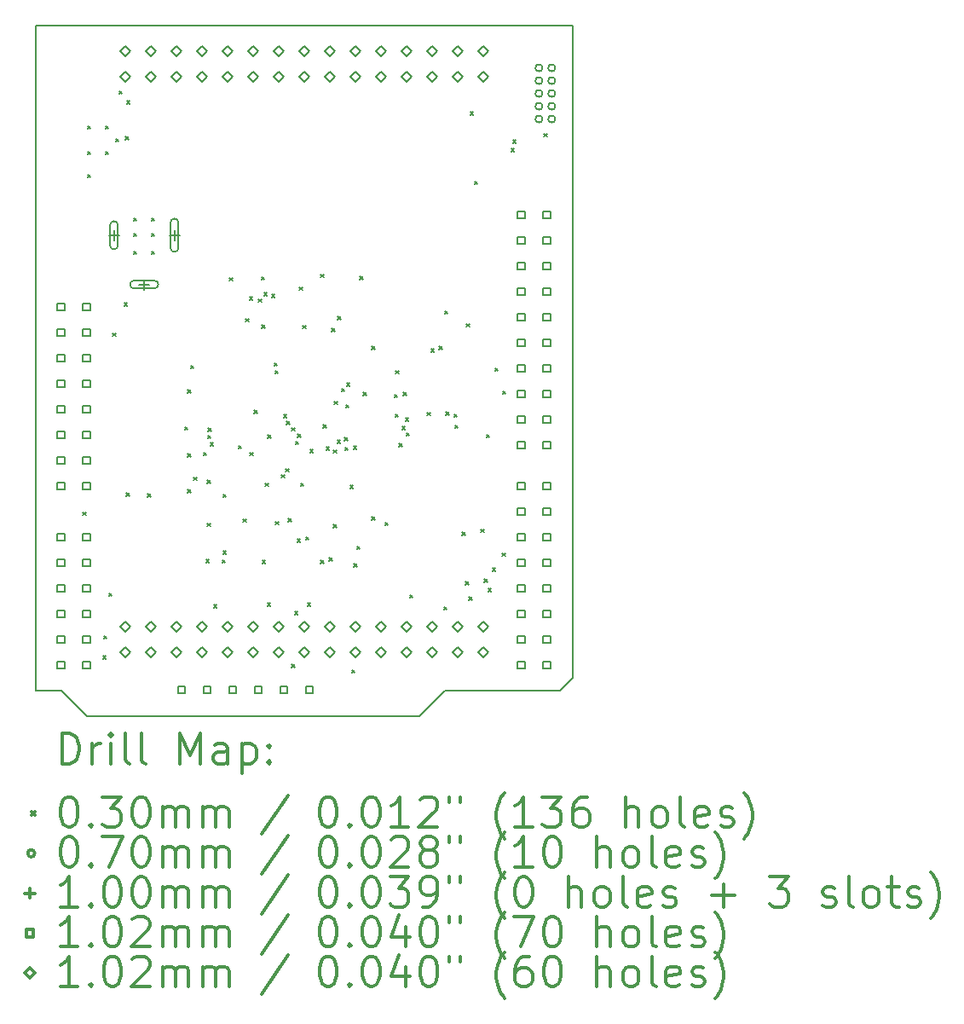
<source format=gbr>
%FSLAX45Y45*%
G04 Gerber Fmt 4.5, Leading zero omitted, Abs format (unit mm)*
G04 Created by KiCad (PCBNEW (after 2015-mar-04 BZR unknown)-product) date 2015年06月14日日曜日 16:42:50*
%MOMM*%
G01*
G04 APERTURE LIST*
%ADD10C,0.127000*%
%ADD11C,0.150000*%
%ADD12C,0.200000*%
%ADD13C,0.300000*%
G04 APERTURE END LIST*
D10*
D11*
X254000Y255000D02*
X508000Y1000D01*
X0Y255000D02*
X254000Y255000D01*
X0Y6859000D02*
X0Y255000D01*
X5334000Y6859000D02*
X0Y6859000D01*
X5334000Y382000D02*
X5334000Y6859000D01*
X5207000Y255000D02*
X5334000Y382000D01*
X4064000Y255000D02*
X5207000Y255000D01*
X3810000Y1000D02*
X4064000Y255000D01*
X508000Y1000D02*
X3810000Y1000D01*
D12*
X472000Y2025000D02*
X502000Y1995000D01*
X502000Y2025000D02*
X472000Y1995000D01*
X518400Y5862000D02*
X548400Y5832000D01*
X548400Y5862000D02*
X518400Y5832000D01*
X518400Y5608000D02*
X548400Y5578000D01*
X548400Y5608000D02*
X518400Y5578000D01*
X518400Y5379400D02*
X548400Y5349400D01*
X548400Y5379400D02*
X518400Y5349400D01*
X668942Y598058D02*
X698942Y568058D01*
X698942Y598058D02*
X668942Y568058D01*
X677675Y796382D02*
X707675Y766382D01*
X707675Y796382D02*
X677675Y766382D01*
X696200Y5862000D02*
X726200Y5832000D01*
X726200Y5862000D02*
X696200Y5832000D01*
X696200Y5608000D02*
X726200Y5578000D01*
X726200Y5608000D02*
X696200Y5578000D01*
X730000Y1221000D02*
X760000Y1191000D01*
X760000Y1221000D02*
X730000Y1191000D01*
X769000Y3801000D02*
X799000Y3771000D01*
X799000Y3801000D02*
X769000Y3771000D01*
X797800Y5735000D02*
X827800Y5705000D01*
X827800Y5735000D02*
X797800Y5705000D01*
X832002Y6208000D02*
X862002Y6178000D01*
X862002Y6208000D02*
X832002Y6178000D01*
X881000Y4105000D02*
X911000Y4075000D01*
X911000Y4105000D02*
X881000Y4075000D01*
X895000Y5752000D02*
X925000Y5722000D01*
X925000Y5752000D02*
X895000Y5722000D01*
X903000Y2217000D02*
X933000Y2187000D01*
X933000Y2217000D02*
X903000Y2187000D01*
X908000Y6111000D02*
X938000Y6081000D01*
X938000Y6111000D02*
X908000Y6081000D01*
X975600Y4947600D02*
X1005600Y4917600D01*
X1005600Y4947600D02*
X975600Y4917600D01*
X975600Y4795200D02*
X1005600Y4765200D01*
X1005600Y4795200D02*
X975600Y4765200D01*
X975600Y4617400D02*
X1005600Y4587400D01*
X1005600Y4617400D02*
X975600Y4587400D01*
X1116000Y2207000D02*
X1146000Y2177000D01*
X1146000Y2207000D02*
X1116000Y2177000D01*
X1153400Y4947600D02*
X1183400Y4917600D01*
X1183400Y4947600D02*
X1153400Y4917600D01*
X1153400Y4795200D02*
X1183400Y4765200D01*
X1183400Y4795200D02*
X1153400Y4765200D01*
X1153400Y4617400D02*
X1183400Y4587400D01*
X1183400Y4617400D02*
X1153400Y4587400D01*
X1481000Y2872000D02*
X1511000Y2842000D01*
X1511000Y2872000D02*
X1481000Y2842000D01*
X1512064Y2248000D02*
X1542064Y2218000D01*
X1542064Y2248000D02*
X1512064Y2218000D01*
X1512066Y2606894D02*
X1542066Y2576894D01*
X1542066Y2606894D02*
X1512066Y2576894D01*
X1513000Y3241000D02*
X1543000Y3211000D01*
X1543000Y3241000D02*
X1513000Y3211000D01*
X1543000Y3482000D02*
X1573000Y3452000D01*
X1573000Y3482000D02*
X1543000Y3452000D01*
X1570006Y2372000D02*
X1600006Y2342000D01*
X1600006Y2372000D02*
X1570006Y2342000D01*
X1668589Y2618000D02*
X1698589Y2588000D01*
X1698589Y2618000D02*
X1668589Y2588000D01*
X1696000Y1553000D02*
X1726000Y1523000D01*
X1726000Y1553000D02*
X1696000Y1523000D01*
X1705000Y1915000D02*
X1735000Y1885000D01*
X1735000Y1915000D02*
X1705000Y1885000D01*
X1706135Y2340477D02*
X1736135Y2310477D01*
X1736135Y2340477D02*
X1706135Y2310477D01*
X1710937Y2785291D02*
X1740937Y2755291D01*
X1740937Y2785291D02*
X1710937Y2755291D01*
X1715398Y2860399D02*
X1745398Y2830399D01*
X1745398Y2860399D02*
X1715398Y2830399D01*
X1737420Y2714864D02*
X1767420Y2684864D01*
X1767420Y2714864D02*
X1737420Y2684864D01*
X1768971Y1107971D02*
X1798971Y1077971D01*
X1798971Y1107971D02*
X1768971Y1077971D01*
X1856000Y1552000D02*
X1886000Y1522000D01*
X1886000Y1552000D02*
X1856000Y1522000D01*
X1862000Y2202000D02*
X1892000Y2172000D01*
X1892000Y2202000D02*
X1862000Y2172000D01*
X1862029Y1638913D02*
X1892029Y1608913D01*
X1892029Y1638913D02*
X1862029Y1608913D01*
X1928000Y4354000D02*
X1958000Y4324000D01*
X1958000Y4354000D02*
X1928000Y4324000D01*
X2014170Y2686544D02*
X2044170Y2656544D01*
X2044170Y2686544D02*
X2014170Y2656544D01*
X2062000Y1958000D02*
X2092000Y1928000D01*
X2092000Y1958000D02*
X2062000Y1928000D01*
X2089000Y3946000D02*
X2119000Y3916000D01*
X2119000Y3946000D02*
X2089000Y3916000D01*
X2127712Y4160256D02*
X2157712Y4130256D01*
X2157712Y4160256D02*
X2127712Y4130256D01*
X2130508Y2617150D02*
X2160508Y2587150D01*
X2160508Y2617150D02*
X2130508Y2587150D01*
X2171144Y3036230D02*
X2201144Y3006230D01*
X2201144Y3036230D02*
X2171144Y3006230D01*
X2214789Y4141448D02*
X2244789Y4111448D01*
X2244789Y4141448D02*
X2214789Y4111448D01*
X2242731Y4362000D02*
X2272731Y4332000D01*
X2272731Y4362000D02*
X2242731Y4332000D01*
X2246480Y3882730D02*
X2276480Y3852730D01*
X2276480Y3882730D02*
X2246480Y3852730D01*
X2253000Y1546000D02*
X2283000Y1516000D01*
X2283000Y1546000D02*
X2253000Y1516000D01*
X2270000Y4204000D02*
X2300000Y4174000D01*
X2300000Y4204000D02*
X2270000Y4174000D01*
X2283700Y2312350D02*
X2313700Y2282350D01*
X2313700Y2312350D02*
X2283700Y2282350D01*
X2302438Y1121855D02*
X2332438Y1091855D01*
X2332438Y1121855D02*
X2302438Y1091855D01*
X2305762Y2792546D02*
X2335762Y2762546D01*
X2335762Y2792546D02*
X2305762Y2762546D01*
X2346782Y4186922D02*
X2376782Y4156922D01*
X2376782Y4186922D02*
X2346782Y4156922D01*
X2370523Y3504768D02*
X2400523Y3474768D01*
X2400523Y3504768D02*
X2370523Y3474768D01*
X2379752Y3429756D02*
X2409752Y3399756D01*
X2409752Y3429756D02*
X2379752Y3399756D01*
X2384000Y1932000D02*
X2414000Y1902000D01*
X2414000Y1932000D02*
X2384000Y1902000D01*
X2441364Y2396162D02*
X2471364Y2366162D01*
X2471364Y2396162D02*
X2441364Y2366162D01*
X2466397Y2995654D02*
X2496397Y2965654D01*
X2496397Y2995654D02*
X2466397Y2965654D01*
X2487659Y2455475D02*
X2517659Y2425475D01*
X2517659Y2455475D02*
X2487659Y2425475D01*
X2492860Y2925220D02*
X2522860Y2895220D01*
X2522860Y2925220D02*
X2492860Y2895220D01*
X2511000Y1959000D02*
X2541000Y1929000D01*
X2541000Y1959000D02*
X2511000Y1929000D01*
X2544050Y515300D02*
X2574050Y485300D01*
X2574050Y515300D02*
X2544050Y485300D01*
X2544050Y2864800D02*
X2574050Y2834800D01*
X2574050Y2864800D02*
X2544050Y2834800D01*
X2573000Y1037000D02*
X2603000Y1007000D01*
X2603000Y1037000D02*
X2573000Y1007000D01*
X2581969Y2726511D02*
X2611969Y2696511D01*
X2611969Y2726511D02*
X2581969Y2696511D01*
X2601000Y1758853D02*
X2631000Y1728853D01*
X2631000Y1758853D02*
X2601000Y1728853D01*
X2602522Y2798891D02*
X2632522Y2768891D01*
X2632522Y2798891D02*
X2602522Y2768891D01*
X2621000Y4258000D02*
X2651000Y4228000D01*
X2651000Y4258000D02*
X2621000Y4228000D01*
X2633514Y2312005D02*
X2663514Y2282005D01*
X2663514Y2312005D02*
X2633514Y2282005D01*
X2657000Y3880000D02*
X2687000Y3850000D01*
X2687000Y3880000D02*
X2657000Y3850000D01*
X2685000Y1780000D02*
X2715000Y1750000D01*
X2715000Y1780000D02*
X2685000Y1750000D01*
X2702000Y1123000D02*
X2732000Y1093000D01*
X2732000Y1123000D02*
X2702000Y1093000D01*
X2728200Y2648900D02*
X2758200Y2618900D01*
X2758200Y2648900D02*
X2728200Y2618900D01*
X2831628Y4387114D02*
X2861628Y4357114D01*
X2861628Y4387114D02*
X2831628Y4357114D01*
X2832000Y1544942D02*
X2862000Y1514942D01*
X2862000Y1544942D02*
X2832000Y1514942D01*
X2860469Y2891469D02*
X2890469Y2861469D01*
X2890469Y2891469D02*
X2860469Y2861469D01*
X2889693Y2672398D02*
X2919693Y2642398D01*
X2919693Y2672398D02*
X2889693Y2642398D01*
X2916493Y1572855D02*
X2946493Y1542855D01*
X2946493Y1572855D02*
X2916493Y1542855D01*
X2944000Y3850500D02*
X2974000Y3820500D01*
X2974000Y3850500D02*
X2944000Y3820500D01*
X2959241Y2643688D02*
X2989241Y2613688D01*
X2989241Y2643688D02*
X2959241Y2613688D01*
X2962058Y1899942D02*
X2992058Y1869942D01*
X2992058Y1899942D02*
X2962058Y1869942D01*
X2967842Y3124215D02*
X2997842Y3094215D01*
X2997842Y3124215D02*
X2967842Y3094215D01*
X2999023Y2738858D02*
X3029023Y2708858D01*
X3029023Y2738858D02*
X2999023Y2708858D01*
X3002520Y3969700D02*
X3032520Y3939700D01*
X3032520Y3969700D02*
X3002520Y3939700D01*
X3039350Y3252150D02*
X3069350Y3222150D01*
X3069350Y3252150D02*
X3039350Y3222150D01*
X3070045Y2763701D02*
X3100045Y2733701D01*
X3100045Y2763701D02*
X3070045Y2733701D01*
X3075123Y2667950D02*
X3105123Y2637950D01*
X3105123Y2667950D02*
X3075123Y2637950D01*
X3081000Y3093000D02*
X3111000Y3063000D01*
X3111000Y3093000D02*
X3081000Y3063000D01*
X3092060Y3305843D02*
X3122060Y3275843D01*
X3122060Y3305843D02*
X3092060Y3275843D01*
X3124000Y2293000D02*
X3154000Y2263000D01*
X3154000Y2293000D02*
X3124000Y2263000D01*
X3140000Y460000D02*
X3170000Y430000D01*
X3170000Y460000D02*
X3140000Y430000D01*
X3159037Y2679904D02*
X3189037Y2649904D01*
X3189037Y2679904D02*
X3159037Y2649904D01*
X3164000Y1512000D02*
X3194000Y1482000D01*
X3194000Y1512000D02*
X3164000Y1482000D01*
X3192000Y1687000D02*
X3222000Y1657000D01*
X3222000Y1687000D02*
X3192000Y1657000D01*
X3221000Y4368000D02*
X3251000Y4338000D01*
X3251000Y4368000D02*
X3221000Y4338000D01*
X3255000Y3215000D02*
X3285000Y3185000D01*
X3285000Y3215000D02*
X3255000Y3185000D01*
X3339000Y3673000D02*
X3369000Y3643000D01*
X3369000Y3673000D02*
X3339000Y3643000D01*
X3341000Y1978920D02*
X3371000Y1948920D01*
X3371000Y1978920D02*
X3341000Y1948920D01*
X3473000Y1925000D02*
X3503000Y1895000D01*
X3503000Y1925000D02*
X3473000Y1895000D01*
X3566400Y3192058D02*
X3596400Y3162058D01*
X3596400Y3192058D02*
X3566400Y3162058D01*
X3575000Y2998000D02*
X3605000Y2968000D01*
X3605000Y2998000D02*
X3575000Y2968000D01*
X3578998Y3430000D02*
X3608998Y3400000D01*
X3608998Y3430000D02*
X3578998Y3400000D01*
X3610850Y2707942D02*
X3640850Y2677942D01*
X3640850Y2707942D02*
X3610850Y2677942D01*
X3641050Y2875088D02*
X3671050Y2845088D01*
X3671050Y2875088D02*
X3641050Y2845088D01*
X3655808Y3216336D02*
X3685808Y3186336D01*
X3685808Y3216336D02*
X3655808Y3186336D01*
X3675025Y2958442D02*
X3705025Y2928442D01*
X3705025Y2958442D02*
X3675025Y2928442D01*
X3684256Y2810444D02*
X3714256Y2780444D01*
X3714256Y2810444D02*
X3684256Y2780444D01*
X3718000Y1202000D02*
X3748000Y1172000D01*
X3748000Y1202000D02*
X3718000Y1172000D01*
X3893000Y3016724D02*
X3923000Y2986724D01*
X3923000Y3016724D02*
X3893000Y2986724D01*
X3929000Y3646000D02*
X3959000Y3616000D01*
X3959000Y3646000D02*
X3929000Y3616000D01*
X4011162Y3670177D02*
X4041162Y3640177D01*
X4041162Y3670177D02*
X4011162Y3640177D01*
X4056000Y1086000D02*
X4086000Y1056000D01*
X4086000Y1086000D02*
X4056000Y1056000D01*
X4063000Y4023000D02*
X4093000Y3993000D01*
X4093000Y4023000D02*
X4063000Y3993000D01*
X4079000Y3018000D02*
X4109000Y2988000D01*
X4109000Y3018000D02*
X4079000Y2988000D01*
X4158000Y3000000D02*
X4188000Y2970000D01*
X4188000Y3000000D02*
X4158000Y2970000D01*
X4165000Y2889000D02*
X4195000Y2859000D01*
X4195000Y2889000D02*
X4165000Y2859000D01*
X4237581Y1827202D02*
X4267581Y1797202D01*
X4267581Y1827202D02*
X4237581Y1797202D01*
X4272556Y1334450D02*
X4302556Y1304450D01*
X4302556Y1334450D02*
X4272556Y1304450D01*
X4281000Y3894000D02*
X4311000Y3864000D01*
X4311000Y3894000D02*
X4281000Y3864000D01*
X4304018Y1182448D02*
X4334018Y1152448D01*
X4334018Y1182448D02*
X4304018Y1152448D01*
X4317000Y6000000D02*
X4347000Y5970000D01*
X4347000Y6000000D02*
X4317000Y5970000D01*
X4362000Y5310054D02*
X4392000Y5280054D01*
X4392000Y5310054D02*
X4362000Y5280054D01*
X4425710Y1855740D02*
X4455710Y1825740D01*
X4455710Y1855740D02*
X4425710Y1825740D01*
X4460224Y1359276D02*
X4490224Y1329276D01*
X4490224Y1359276D02*
X4460224Y1329276D01*
X4479494Y2795362D02*
X4509494Y2765362D01*
X4509494Y2795362D02*
X4479494Y2765362D01*
X4495000Y1269000D02*
X4525000Y1239000D01*
X4525000Y1269000D02*
X4495000Y1239000D01*
X4540130Y1471170D02*
X4570130Y1441170D01*
X4570130Y1471170D02*
X4540130Y1441170D01*
X4566000Y3456000D02*
X4596000Y3426000D01*
X4596000Y3456000D02*
X4566000Y3426000D01*
X4637000Y1620000D02*
X4667000Y1590000D01*
X4667000Y1620000D02*
X4637000Y1590000D01*
X4638865Y3225998D02*
X4668865Y3195998D01*
X4668865Y3225998D02*
X4638865Y3195998D01*
X4726000Y5638000D02*
X4756000Y5608000D01*
X4756000Y5638000D02*
X4726000Y5608000D01*
X4740942Y5721000D02*
X4770942Y5691000D01*
X4770942Y5721000D02*
X4740942Y5691000D01*
X5048971Y5784029D02*
X5078971Y5754029D01*
X5078971Y5784029D02*
X5048971Y5754029D01*
X5035500Y6437000D02*
G75*
G03X5035500Y6437000I-35000J0D01*
G01*
X5035500Y6310000D02*
G75*
G03X5035500Y6310000I-35000J0D01*
G01*
X5035500Y6183000D02*
G75*
G03X5035500Y6183000I-35000J0D01*
G01*
X5035500Y6056000D02*
G75*
G03X5035500Y6056000I-35000J0D01*
G01*
X5035500Y5929000D02*
G75*
G03X5035500Y5929000I-35000J0D01*
G01*
X5162500Y6437000D02*
G75*
G03X5162500Y6437000I-35000J0D01*
G01*
X5162500Y6310000D02*
G75*
G03X5162500Y6310000I-35000J0D01*
G01*
X5162500Y6183000D02*
G75*
G03X5162500Y6183000I-35000J0D01*
G01*
X5162500Y6056000D02*
G75*
G03X5162500Y6056000I-35000J0D01*
G01*
X5162500Y5929000D02*
G75*
G03X5162500Y5929000I-35000J0D01*
G01*
X780000Y4825000D02*
X780000Y4725000D01*
X730000Y4775000D02*
X830000Y4775000D01*
X740000Y4875000D02*
X740000Y4675000D01*
X820000Y4875000D02*
X820000Y4675000D01*
X740000Y4675000D02*
G75*
G03X820000Y4675000I40000J0D01*
G01*
X820000Y4875000D02*
G75*
G03X740000Y4875000I-40000J0D01*
G01*
X1080000Y4335000D02*
X1080000Y4235000D01*
X1030000Y4285000D02*
X1130000Y4285000D01*
X980000Y4245000D02*
X1180000Y4245000D01*
X980000Y4325000D02*
X1180000Y4325000D01*
X1180000Y4245000D02*
G75*
G03X1180000Y4325000I0J40000D01*
G01*
X980000Y4325000D02*
G75*
G03X980000Y4245000I0J-40000D01*
G01*
X1380000Y4825000D02*
X1380000Y4725000D01*
X1330000Y4775000D02*
X1430000Y4775000D01*
X1340000Y4900000D02*
X1340000Y4650000D01*
X1420000Y4900000D02*
X1420000Y4650000D01*
X1340000Y4650000D02*
G75*
G03X1420000Y4650000I40000J0D01*
G01*
X1420000Y4900000D02*
G75*
G03X1340000Y4900000I-40000J0D01*
G01*
X289921Y4029079D02*
X289921Y4100921D01*
X218079Y4100921D01*
X218079Y4029079D01*
X289921Y4029079D01*
X289921Y3775079D02*
X289921Y3846921D01*
X218079Y3846921D01*
X218079Y3775079D01*
X289921Y3775079D01*
X289921Y3521079D02*
X289921Y3592921D01*
X218079Y3592921D01*
X218079Y3521079D01*
X289921Y3521079D01*
X289921Y3267079D02*
X289921Y3338921D01*
X218079Y3338921D01*
X218079Y3267079D01*
X289921Y3267079D01*
X289921Y3013079D02*
X289921Y3084921D01*
X218079Y3084921D01*
X218079Y3013079D01*
X289921Y3013079D01*
X289921Y2759079D02*
X289921Y2830921D01*
X218079Y2830921D01*
X218079Y2759079D01*
X289921Y2759079D01*
X289921Y2505079D02*
X289921Y2576921D01*
X218079Y2576921D01*
X218079Y2505079D01*
X289921Y2505079D01*
X289921Y2251079D02*
X289921Y2322921D01*
X218079Y2322921D01*
X218079Y2251079D01*
X289921Y2251079D01*
X289921Y1743079D02*
X289921Y1814921D01*
X218079Y1814921D01*
X218079Y1743079D01*
X289921Y1743079D01*
X289921Y1489079D02*
X289921Y1560921D01*
X218079Y1560921D01*
X218079Y1489079D01*
X289921Y1489079D01*
X289921Y1235079D02*
X289921Y1306921D01*
X218079Y1306921D01*
X218079Y1235079D01*
X289921Y1235079D01*
X289921Y981079D02*
X289921Y1052921D01*
X218079Y1052921D01*
X218079Y981079D01*
X289921Y981079D01*
X289921Y727079D02*
X289921Y798921D01*
X218079Y798921D01*
X218079Y727079D01*
X289921Y727079D01*
X289921Y473079D02*
X289921Y544921D01*
X218079Y544921D01*
X218079Y473079D01*
X289921Y473079D01*
X543921Y4029079D02*
X543921Y4100921D01*
X472079Y4100921D01*
X472079Y4029079D01*
X543921Y4029079D01*
X543921Y3775079D02*
X543921Y3846921D01*
X472079Y3846921D01*
X472079Y3775079D01*
X543921Y3775079D01*
X543921Y3521079D02*
X543921Y3592921D01*
X472079Y3592921D01*
X472079Y3521079D01*
X543921Y3521079D01*
X543921Y3267079D02*
X543921Y3338921D01*
X472079Y3338921D01*
X472079Y3267079D01*
X543921Y3267079D01*
X543921Y3013079D02*
X543921Y3084921D01*
X472079Y3084921D01*
X472079Y3013079D01*
X543921Y3013079D01*
X543921Y2759079D02*
X543921Y2830921D01*
X472079Y2830921D01*
X472079Y2759079D01*
X543921Y2759079D01*
X543921Y2505079D02*
X543921Y2576921D01*
X472079Y2576921D01*
X472079Y2505079D01*
X543921Y2505079D01*
X543921Y2251079D02*
X543921Y2322921D01*
X472079Y2322921D01*
X472079Y2251079D01*
X543921Y2251079D01*
X543921Y1743079D02*
X543921Y1814921D01*
X472079Y1814921D01*
X472079Y1743079D01*
X543921Y1743079D01*
X543921Y1489079D02*
X543921Y1560921D01*
X472079Y1560921D01*
X472079Y1489079D01*
X543921Y1489079D01*
X543921Y1235079D02*
X543921Y1306921D01*
X472079Y1306921D01*
X472079Y1235079D01*
X543921Y1235079D01*
X543921Y981079D02*
X543921Y1052921D01*
X472079Y1052921D01*
X472079Y981079D01*
X543921Y981079D01*
X543921Y727079D02*
X543921Y798921D01*
X472079Y798921D01*
X472079Y727079D01*
X543921Y727079D01*
X543921Y473079D02*
X543921Y544921D01*
X472079Y544921D01*
X472079Y473079D01*
X543921Y473079D01*
X1484921Y227079D02*
X1484921Y298921D01*
X1413079Y298921D01*
X1413079Y227079D01*
X1484921Y227079D01*
X1738921Y227079D02*
X1738921Y298921D01*
X1667079Y298921D01*
X1667079Y227079D01*
X1738921Y227079D01*
X1992921Y227079D02*
X1992921Y298921D01*
X1921079Y298921D01*
X1921079Y227079D01*
X1992921Y227079D01*
X2246921Y227079D02*
X2246921Y298921D01*
X2175079Y298921D01*
X2175079Y227079D01*
X2246921Y227079D01*
X2500921Y227079D02*
X2500921Y298921D01*
X2429079Y298921D01*
X2429079Y227079D01*
X2500921Y227079D01*
X2754921Y227079D02*
X2754921Y298921D01*
X2683079Y298921D01*
X2683079Y227079D01*
X2754921Y227079D01*
X4861921Y4943479D02*
X4861921Y5015321D01*
X4790079Y5015321D01*
X4790079Y4943479D01*
X4861921Y4943479D01*
X4861921Y4689479D02*
X4861921Y4761321D01*
X4790079Y4761321D01*
X4790079Y4689479D01*
X4861921Y4689479D01*
X4861921Y4435479D02*
X4861921Y4507321D01*
X4790079Y4507321D01*
X4790079Y4435479D01*
X4861921Y4435479D01*
X4861921Y4181479D02*
X4861921Y4253321D01*
X4790079Y4253321D01*
X4790079Y4181479D01*
X4861921Y4181479D01*
X4861921Y3927479D02*
X4861921Y3999321D01*
X4790079Y3999321D01*
X4790079Y3927479D01*
X4861921Y3927479D01*
X4861921Y3673479D02*
X4861921Y3745321D01*
X4790079Y3745321D01*
X4790079Y3673479D01*
X4861921Y3673479D01*
X4861921Y3419479D02*
X4861921Y3491321D01*
X4790079Y3491321D01*
X4790079Y3419479D01*
X4861921Y3419479D01*
X4861921Y3165479D02*
X4861921Y3237321D01*
X4790079Y3237321D01*
X4790079Y3165479D01*
X4861921Y3165479D01*
X4861921Y2911479D02*
X4861921Y2983321D01*
X4790079Y2983321D01*
X4790079Y2911479D01*
X4861921Y2911479D01*
X4861921Y2657479D02*
X4861921Y2729321D01*
X4790079Y2729321D01*
X4790079Y2657479D01*
X4861921Y2657479D01*
X4861921Y2251079D02*
X4861921Y2322921D01*
X4790079Y2322921D01*
X4790079Y2251079D01*
X4861921Y2251079D01*
X4861921Y1997079D02*
X4861921Y2068921D01*
X4790079Y2068921D01*
X4790079Y1997079D01*
X4861921Y1997079D01*
X4861921Y1743079D02*
X4861921Y1814921D01*
X4790079Y1814921D01*
X4790079Y1743079D01*
X4861921Y1743079D01*
X4861921Y1489079D02*
X4861921Y1560921D01*
X4790079Y1560921D01*
X4790079Y1489079D01*
X4861921Y1489079D01*
X4861921Y1235079D02*
X4861921Y1306921D01*
X4790079Y1306921D01*
X4790079Y1235079D01*
X4861921Y1235079D01*
X4861921Y981079D02*
X4861921Y1052921D01*
X4790079Y1052921D01*
X4790079Y981079D01*
X4861921Y981079D01*
X4861921Y727079D02*
X4861921Y798921D01*
X4790079Y798921D01*
X4790079Y727079D01*
X4861921Y727079D01*
X4861921Y473079D02*
X4861921Y544921D01*
X4790079Y544921D01*
X4790079Y473079D01*
X4861921Y473079D01*
X5115921Y4943479D02*
X5115921Y5015321D01*
X5044079Y5015321D01*
X5044079Y4943479D01*
X5115921Y4943479D01*
X5115921Y4689479D02*
X5115921Y4761321D01*
X5044079Y4761321D01*
X5044079Y4689479D01*
X5115921Y4689479D01*
X5115921Y4435479D02*
X5115921Y4507321D01*
X5044079Y4507321D01*
X5044079Y4435479D01*
X5115921Y4435479D01*
X5115921Y4181479D02*
X5115921Y4253321D01*
X5044079Y4253321D01*
X5044079Y4181479D01*
X5115921Y4181479D01*
X5115921Y3927479D02*
X5115921Y3999321D01*
X5044079Y3999321D01*
X5044079Y3927479D01*
X5115921Y3927479D01*
X5115921Y3673479D02*
X5115921Y3745321D01*
X5044079Y3745321D01*
X5044079Y3673479D01*
X5115921Y3673479D01*
X5115921Y3419479D02*
X5115921Y3491321D01*
X5044079Y3491321D01*
X5044079Y3419479D01*
X5115921Y3419479D01*
X5115921Y3165479D02*
X5115921Y3237321D01*
X5044079Y3237321D01*
X5044079Y3165479D01*
X5115921Y3165479D01*
X5115921Y2911479D02*
X5115921Y2983321D01*
X5044079Y2983321D01*
X5044079Y2911479D01*
X5115921Y2911479D01*
X5115921Y2657479D02*
X5115921Y2729321D01*
X5044079Y2729321D01*
X5044079Y2657479D01*
X5115921Y2657479D01*
X5115921Y2251079D02*
X5115921Y2322921D01*
X5044079Y2322921D01*
X5044079Y2251079D01*
X5115921Y2251079D01*
X5115921Y1997079D02*
X5115921Y2068921D01*
X5044079Y2068921D01*
X5044079Y1997079D01*
X5115921Y1997079D01*
X5115921Y1743079D02*
X5115921Y1814921D01*
X5044079Y1814921D01*
X5044079Y1743079D01*
X5115921Y1743079D01*
X5115921Y1489079D02*
X5115921Y1560921D01*
X5044079Y1560921D01*
X5044079Y1489079D01*
X5115921Y1489079D01*
X5115921Y1235079D02*
X5115921Y1306921D01*
X5044079Y1306921D01*
X5044079Y1235079D01*
X5115921Y1235079D01*
X5115921Y981079D02*
X5115921Y1052921D01*
X5044079Y1052921D01*
X5044079Y981079D01*
X5115921Y981079D01*
X5115921Y727079D02*
X5115921Y798921D01*
X5044079Y798921D01*
X5044079Y727079D01*
X5115921Y727079D01*
X5115921Y473079D02*
X5115921Y544921D01*
X5044079Y544921D01*
X5044079Y473079D01*
X5115921Y473079D01*
X889000Y6554000D02*
X940000Y6605000D01*
X889000Y6656000D01*
X838000Y6605000D01*
X889000Y6554000D01*
X889000Y6300000D02*
X940000Y6351000D01*
X889000Y6402000D01*
X838000Y6351000D01*
X889000Y6300000D01*
X889000Y839000D02*
X940000Y890000D01*
X889000Y941000D01*
X838000Y890000D01*
X889000Y839000D01*
X889000Y585000D02*
X940000Y636000D01*
X889000Y687000D01*
X838000Y636000D01*
X889000Y585000D01*
X1143000Y6554000D02*
X1194000Y6605000D01*
X1143000Y6656000D01*
X1092000Y6605000D01*
X1143000Y6554000D01*
X1143000Y6300000D02*
X1194000Y6351000D01*
X1143000Y6402000D01*
X1092000Y6351000D01*
X1143000Y6300000D01*
X1143000Y839000D02*
X1194000Y890000D01*
X1143000Y941000D01*
X1092000Y890000D01*
X1143000Y839000D01*
X1143000Y585000D02*
X1194000Y636000D01*
X1143000Y687000D01*
X1092000Y636000D01*
X1143000Y585000D01*
X1397000Y6554000D02*
X1448000Y6605000D01*
X1397000Y6656000D01*
X1346000Y6605000D01*
X1397000Y6554000D01*
X1397000Y6300000D02*
X1448000Y6351000D01*
X1397000Y6402000D01*
X1346000Y6351000D01*
X1397000Y6300000D01*
X1397000Y839000D02*
X1448000Y890000D01*
X1397000Y941000D01*
X1346000Y890000D01*
X1397000Y839000D01*
X1397000Y585000D02*
X1448000Y636000D01*
X1397000Y687000D01*
X1346000Y636000D01*
X1397000Y585000D01*
X1651000Y6554000D02*
X1702000Y6605000D01*
X1651000Y6656000D01*
X1600000Y6605000D01*
X1651000Y6554000D01*
X1651000Y6300000D02*
X1702000Y6351000D01*
X1651000Y6402000D01*
X1600000Y6351000D01*
X1651000Y6300000D01*
X1651000Y839000D02*
X1702000Y890000D01*
X1651000Y941000D01*
X1600000Y890000D01*
X1651000Y839000D01*
X1651000Y585000D02*
X1702000Y636000D01*
X1651000Y687000D01*
X1600000Y636000D01*
X1651000Y585000D01*
X1905000Y6554000D02*
X1956000Y6605000D01*
X1905000Y6656000D01*
X1854000Y6605000D01*
X1905000Y6554000D01*
X1905000Y6300000D02*
X1956000Y6351000D01*
X1905000Y6402000D01*
X1854000Y6351000D01*
X1905000Y6300000D01*
X1905000Y839000D02*
X1956000Y890000D01*
X1905000Y941000D01*
X1854000Y890000D01*
X1905000Y839000D01*
X1905000Y585000D02*
X1956000Y636000D01*
X1905000Y687000D01*
X1854000Y636000D01*
X1905000Y585000D01*
X2159000Y6554000D02*
X2210000Y6605000D01*
X2159000Y6656000D01*
X2108000Y6605000D01*
X2159000Y6554000D01*
X2159000Y6300000D02*
X2210000Y6351000D01*
X2159000Y6402000D01*
X2108000Y6351000D01*
X2159000Y6300000D01*
X2159000Y839000D02*
X2210000Y890000D01*
X2159000Y941000D01*
X2108000Y890000D01*
X2159000Y839000D01*
X2159000Y585000D02*
X2210000Y636000D01*
X2159000Y687000D01*
X2108000Y636000D01*
X2159000Y585000D01*
X2413000Y6554000D02*
X2464000Y6605000D01*
X2413000Y6656000D01*
X2362000Y6605000D01*
X2413000Y6554000D01*
X2413000Y6300000D02*
X2464000Y6351000D01*
X2413000Y6402000D01*
X2362000Y6351000D01*
X2413000Y6300000D01*
X2413000Y839000D02*
X2464000Y890000D01*
X2413000Y941000D01*
X2362000Y890000D01*
X2413000Y839000D01*
X2413000Y585000D02*
X2464000Y636000D01*
X2413000Y687000D01*
X2362000Y636000D01*
X2413000Y585000D01*
X2667000Y6554000D02*
X2718000Y6605000D01*
X2667000Y6656000D01*
X2616000Y6605000D01*
X2667000Y6554000D01*
X2667000Y6300000D02*
X2718000Y6351000D01*
X2667000Y6402000D01*
X2616000Y6351000D01*
X2667000Y6300000D01*
X2667000Y839000D02*
X2718000Y890000D01*
X2667000Y941000D01*
X2616000Y890000D01*
X2667000Y839000D01*
X2667000Y585000D02*
X2718000Y636000D01*
X2667000Y687000D01*
X2616000Y636000D01*
X2667000Y585000D01*
X2921000Y6554000D02*
X2972000Y6605000D01*
X2921000Y6656000D01*
X2870000Y6605000D01*
X2921000Y6554000D01*
X2921000Y6300000D02*
X2972000Y6351000D01*
X2921000Y6402000D01*
X2870000Y6351000D01*
X2921000Y6300000D01*
X2921000Y839000D02*
X2972000Y890000D01*
X2921000Y941000D01*
X2870000Y890000D01*
X2921000Y839000D01*
X2921000Y585000D02*
X2972000Y636000D01*
X2921000Y687000D01*
X2870000Y636000D01*
X2921000Y585000D01*
X3175000Y6554000D02*
X3226000Y6605000D01*
X3175000Y6656000D01*
X3124000Y6605000D01*
X3175000Y6554000D01*
X3175000Y6300000D02*
X3226000Y6351000D01*
X3175000Y6402000D01*
X3124000Y6351000D01*
X3175000Y6300000D01*
X3175000Y839000D02*
X3226000Y890000D01*
X3175000Y941000D01*
X3124000Y890000D01*
X3175000Y839000D01*
X3175000Y585000D02*
X3226000Y636000D01*
X3175000Y687000D01*
X3124000Y636000D01*
X3175000Y585000D01*
X3429000Y6554000D02*
X3480000Y6605000D01*
X3429000Y6656000D01*
X3378000Y6605000D01*
X3429000Y6554000D01*
X3429000Y6300000D02*
X3480000Y6351000D01*
X3429000Y6402000D01*
X3378000Y6351000D01*
X3429000Y6300000D01*
X3429000Y839000D02*
X3480000Y890000D01*
X3429000Y941000D01*
X3378000Y890000D01*
X3429000Y839000D01*
X3429000Y585000D02*
X3480000Y636000D01*
X3429000Y687000D01*
X3378000Y636000D01*
X3429000Y585000D01*
X3683000Y6554000D02*
X3734000Y6605000D01*
X3683000Y6656000D01*
X3632000Y6605000D01*
X3683000Y6554000D01*
X3683000Y6300000D02*
X3734000Y6351000D01*
X3683000Y6402000D01*
X3632000Y6351000D01*
X3683000Y6300000D01*
X3683000Y839000D02*
X3734000Y890000D01*
X3683000Y941000D01*
X3632000Y890000D01*
X3683000Y839000D01*
X3683000Y585000D02*
X3734000Y636000D01*
X3683000Y687000D01*
X3632000Y636000D01*
X3683000Y585000D01*
X3937000Y6554000D02*
X3988000Y6605000D01*
X3937000Y6656000D01*
X3886000Y6605000D01*
X3937000Y6554000D01*
X3937000Y6300000D02*
X3988000Y6351000D01*
X3937000Y6402000D01*
X3886000Y6351000D01*
X3937000Y6300000D01*
X3937000Y839000D02*
X3988000Y890000D01*
X3937000Y941000D01*
X3886000Y890000D01*
X3937000Y839000D01*
X3937000Y585000D02*
X3988000Y636000D01*
X3937000Y687000D01*
X3886000Y636000D01*
X3937000Y585000D01*
X4191000Y6554000D02*
X4242000Y6605000D01*
X4191000Y6656000D01*
X4140000Y6605000D01*
X4191000Y6554000D01*
X4191000Y6300000D02*
X4242000Y6351000D01*
X4191000Y6402000D01*
X4140000Y6351000D01*
X4191000Y6300000D01*
X4191000Y839000D02*
X4242000Y890000D01*
X4191000Y941000D01*
X4140000Y890000D01*
X4191000Y839000D01*
X4191000Y585000D02*
X4242000Y636000D01*
X4191000Y687000D01*
X4140000Y636000D01*
X4191000Y585000D01*
X4445000Y6554000D02*
X4496000Y6605000D01*
X4445000Y6656000D01*
X4394000Y6605000D01*
X4445000Y6554000D01*
X4445000Y6300000D02*
X4496000Y6351000D01*
X4445000Y6402000D01*
X4394000Y6351000D01*
X4445000Y6300000D01*
X4445000Y839000D02*
X4496000Y890000D01*
X4445000Y941000D01*
X4394000Y890000D01*
X4445000Y839000D01*
X4445000Y585000D02*
X4496000Y636000D01*
X4445000Y687000D01*
X4394000Y636000D01*
X4445000Y585000D01*
D13*
X263929Y-472214D02*
X263929Y-172214D01*
X335357Y-172214D01*
X378214Y-186500D01*
X406786Y-215071D01*
X421071Y-243643D01*
X435357Y-300786D01*
X435357Y-343643D01*
X421071Y-400786D01*
X406786Y-429357D01*
X378214Y-457929D01*
X335357Y-472214D01*
X263929Y-472214D01*
X563929Y-472214D02*
X563929Y-272214D01*
X563929Y-329357D02*
X578214Y-300786D01*
X592500Y-286500D01*
X621071Y-272214D01*
X649643Y-272214D01*
X749643Y-472214D02*
X749643Y-272214D01*
X749643Y-172214D02*
X735357Y-186500D01*
X749643Y-200786D01*
X763928Y-186500D01*
X749643Y-172214D01*
X749643Y-200786D01*
X935357Y-472214D02*
X906786Y-457929D01*
X892500Y-429357D01*
X892500Y-172214D01*
X1092500Y-472214D02*
X1063929Y-457929D01*
X1049643Y-429357D01*
X1049643Y-172214D01*
X1435357Y-472214D02*
X1435357Y-172214D01*
X1535357Y-386500D01*
X1635357Y-172214D01*
X1635357Y-472214D01*
X1906786Y-472214D02*
X1906786Y-315072D01*
X1892500Y-286500D01*
X1863928Y-272214D01*
X1806786Y-272214D01*
X1778214Y-286500D01*
X1906786Y-457929D02*
X1878214Y-472214D01*
X1806786Y-472214D01*
X1778214Y-457929D01*
X1763928Y-429357D01*
X1763928Y-400786D01*
X1778214Y-372214D01*
X1806786Y-357929D01*
X1878214Y-357929D01*
X1906786Y-343643D01*
X2049643Y-272214D02*
X2049643Y-572214D01*
X2049643Y-286500D02*
X2078214Y-272214D01*
X2135357Y-272214D01*
X2163929Y-286500D01*
X2178214Y-300786D01*
X2192500Y-329357D01*
X2192500Y-415071D01*
X2178214Y-443643D01*
X2163929Y-457929D01*
X2135357Y-472214D01*
X2078214Y-472214D01*
X2049643Y-457929D01*
X2321071Y-443643D02*
X2335357Y-457929D01*
X2321071Y-472214D01*
X2306786Y-457929D01*
X2321071Y-443643D01*
X2321071Y-472214D01*
X2321071Y-286500D02*
X2335357Y-300786D01*
X2321071Y-315072D01*
X2306786Y-300786D01*
X2321071Y-286500D01*
X2321071Y-315072D01*
X-37500Y-951500D02*
X-7500Y-981500D01*
X-7500Y-951500D02*
X-37500Y-981500D01*
X321071Y-802214D02*
X349643Y-802214D01*
X378214Y-816500D01*
X392500Y-830786D01*
X406786Y-859357D01*
X421071Y-916500D01*
X421071Y-987929D01*
X406786Y-1045071D01*
X392500Y-1073643D01*
X378214Y-1087929D01*
X349643Y-1102214D01*
X321071Y-1102214D01*
X292500Y-1087929D01*
X278214Y-1073643D01*
X263929Y-1045071D01*
X249643Y-987929D01*
X249643Y-916500D01*
X263929Y-859357D01*
X278214Y-830786D01*
X292500Y-816500D01*
X321071Y-802214D01*
X549643Y-1073643D02*
X563929Y-1087929D01*
X549643Y-1102214D01*
X535357Y-1087929D01*
X549643Y-1073643D01*
X549643Y-1102214D01*
X663928Y-802214D02*
X849643Y-802214D01*
X749643Y-916500D01*
X792500Y-916500D01*
X821071Y-930786D01*
X835357Y-945071D01*
X849643Y-973643D01*
X849643Y-1045071D01*
X835357Y-1073643D01*
X821071Y-1087929D01*
X792500Y-1102214D01*
X706786Y-1102214D01*
X678214Y-1087929D01*
X663928Y-1073643D01*
X1035357Y-802214D02*
X1063929Y-802214D01*
X1092500Y-816500D01*
X1106786Y-830786D01*
X1121071Y-859357D01*
X1135357Y-916500D01*
X1135357Y-987929D01*
X1121071Y-1045071D01*
X1106786Y-1073643D01*
X1092500Y-1087929D01*
X1063929Y-1102214D01*
X1035357Y-1102214D01*
X1006786Y-1087929D01*
X992500Y-1073643D01*
X978214Y-1045071D01*
X963928Y-987929D01*
X963928Y-916500D01*
X978214Y-859357D01*
X992500Y-830786D01*
X1006786Y-816500D01*
X1035357Y-802214D01*
X1263929Y-1102214D02*
X1263929Y-902214D01*
X1263929Y-930786D02*
X1278214Y-916500D01*
X1306786Y-902214D01*
X1349643Y-902214D01*
X1378214Y-916500D01*
X1392500Y-945071D01*
X1392500Y-1102214D01*
X1392500Y-945071D02*
X1406786Y-916500D01*
X1435357Y-902214D01*
X1478214Y-902214D01*
X1506786Y-916500D01*
X1521071Y-945071D01*
X1521071Y-1102214D01*
X1663928Y-1102214D02*
X1663928Y-902214D01*
X1663928Y-930786D02*
X1678214Y-916500D01*
X1706786Y-902214D01*
X1749643Y-902214D01*
X1778214Y-916500D01*
X1792500Y-945071D01*
X1792500Y-1102214D01*
X1792500Y-945071D02*
X1806786Y-916500D01*
X1835357Y-902214D01*
X1878214Y-902214D01*
X1906786Y-916500D01*
X1921071Y-945071D01*
X1921071Y-1102214D01*
X2506786Y-787929D02*
X2249643Y-1173643D01*
X2892500Y-802214D02*
X2921071Y-802214D01*
X2949643Y-816500D01*
X2963928Y-830786D01*
X2978214Y-859357D01*
X2992500Y-916500D01*
X2992500Y-987929D01*
X2978214Y-1045071D01*
X2963928Y-1073643D01*
X2949643Y-1087929D01*
X2921071Y-1102214D01*
X2892500Y-1102214D01*
X2863928Y-1087929D01*
X2849643Y-1073643D01*
X2835357Y-1045071D01*
X2821071Y-987929D01*
X2821071Y-916500D01*
X2835357Y-859357D01*
X2849643Y-830786D01*
X2863928Y-816500D01*
X2892500Y-802214D01*
X3121071Y-1073643D02*
X3135357Y-1087929D01*
X3121071Y-1102214D01*
X3106786Y-1087929D01*
X3121071Y-1073643D01*
X3121071Y-1102214D01*
X3321071Y-802214D02*
X3349643Y-802214D01*
X3378214Y-816500D01*
X3392500Y-830786D01*
X3406785Y-859357D01*
X3421071Y-916500D01*
X3421071Y-987929D01*
X3406785Y-1045071D01*
X3392500Y-1073643D01*
X3378214Y-1087929D01*
X3349643Y-1102214D01*
X3321071Y-1102214D01*
X3292500Y-1087929D01*
X3278214Y-1073643D01*
X3263928Y-1045071D01*
X3249643Y-987929D01*
X3249643Y-916500D01*
X3263928Y-859357D01*
X3278214Y-830786D01*
X3292500Y-816500D01*
X3321071Y-802214D01*
X3706785Y-1102214D02*
X3535357Y-1102214D01*
X3621071Y-1102214D02*
X3621071Y-802214D01*
X3592500Y-845071D01*
X3563928Y-873643D01*
X3535357Y-887929D01*
X3821071Y-830786D02*
X3835357Y-816500D01*
X3863928Y-802214D01*
X3935357Y-802214D01*
X3963928Y-816500D01*
X3978214Y-830786D01*
X3992500Y-859357D01*
X3992500Y-887929D01*
X3978214Y-930786D01*
X3806785Y-1102214D01*
X3992500Y-1102214D01*
X4106786Y-802214D02*
X4106786Y-859357D01*
X4221071Y-802214D02*
X4221071Y-859357D01*
X4663928Y-1216500D02*
X4649643Y-1202214D01*
X4621071Y-1159357D01*
X4606786Y-1130786D01*
X4592500Y-1087929D01*
X4578214Y-1016500D01*
X4578214Y-959357D01*
X4592500Y-887929D01*
X4606786Y-845071D01*
X4621071Y-816500D01*
X4649643Y-773643D01*
X4663928Y-759357D01*
X4935357Y-1102214D02*
X4763928Y-1102214D01*
X4849643Y-1102214D02*
X4849643Y-802214D01*
X4821071Y-845071D01*
X4792500Y-873643D01*
X4763928Y-887929D01*
X5035357Y-802214D02*
X5221071Y-802214D01*
X5121071Y-916500D01*
X5163928Y-916500D01*
X5192500Y-930786D01*
X5206786Y-945071D01*
X5221071Y-973643D01*
X5221071Y-1045071D01*
X5206786Y-1073643D01*
X5192500Y-1087929D01*
X5163928Y-1102214D01*
X5078214Y-1102214D01*
X5049643Y-1087929D01*
X5035357Y-1073643D01*
X5478214Y-802214D02*
X5421071Y-802214D01*
X5392500Y-816500D01*
X5378214Y-830786D01*
X5349643Y-873643D01*
X5335357Y-930786D01*
X5335357Y-1045071D01*
X5349643Y-1073643D01*
X5363928Y-1087929D01*
X5392500Y-1102214D01*
X5449643Y-1102214D01*
X5478214Y-1087929D01*
X5492500Y-1073643D01*
X5506786Y-1045071D01*
X5506786Y-973643D01*
X5492500Y-945071D01*
X5478214Y-930786D01*
X5449643Y-916500D01*
X5392500Y-916500D01*
X5363928Y-930786D01*
X5349643Y-945071D01*
X5335357Y-973643D01*
X5863928Y-1102214D02*
X5863928Y-802214D01*
X5992500Y-1102214D02*
X5992500Y-945071D01*
X5978214Y-916500D01*
X5949643Y-902214D01*
X5906785Y-902214D01*
X5878214Y-916500D01*
X5863928Y-930786D01*
X6178214Y-1102214D02*
X6149643Y-1087929D01*
X6135357Y-1073643D01*
X6121071Y-1045071D01*
X6121071Y-959357D01*
X6135357Y-930786D01*
X6149643Y-916500D01*
X6178214Y-902214D01*
X6221071Y-902214D01*
X6249643Y-916500D01*
X6263928Y-930786D01*
X6278214Y-959357D01*
X6278214Y-1045071D01*
X6263928Y-1073643D01*
X6249643Y-1087929D01*
X6221071Y-1102214D01*
X6178214Y-1102214D01*
X6449643Y-1102214D02*
X6421071Y-1087929D01*
X6406786Y-1059357D01*
X6406786Y-802214D01*
X6678214Y-1087929D02*
X6649643Y-1102214D01*
X6592500Y-1102214D01*
X6563928Y-1087929D01*
X6549643Y-1059357D01*
X6549643Y-945071D01*
X6563928Y-916500D01*
X6592500Y-902214D01*
X6649643Y-902214D01*
X6678214Y-916500D01*
X6692500Y-945071D01*
X6692500Y-973643D01*
X6549643Y-1002214D01*
X6806786Y-1087929D02*
X6835357Y-1102214D01*
X6892500Y-1102214D01*
X6921071Y-1087929D01*
X6935357Y-1059357D01*
X6935357Y-1045071D01*
X6921071Y-1016500D01*
X6892500Y-1002214D01*
X6849643Y-1002214D01*
X6821071Y-987929D01*
X6806786Y-959357D01*
X6806786Y-945071D01*
X6821071Y-916500D01*
X6849643Y-902214D01*
X6892500Y-902214D01*
X6921071Y-916500D01*
X7035357Y-1216500D02*
X7049643Y-1202214D01*
X7078214Y-1159357D01*
X7092500Y-1130786D01*
X7106786Y-1087929D01*
X7121071Y-1016500D01*
X7121071Y-959357D01*
X7106786Y-887929D01*
X7092500Y-845071D01*
X7078214Y-816500D01*
X7049643Y-773643D01*
X7035357Y-759357D01*
X-7500Y-1362500D02*
G75*
G03X-7500Y-1362500I-35000J0D01*
G01*
X321071Y-1198214D02*
X349643Y-1198214D01*
X378214Y-1212500D01*
X392500Y-1226786D01*
X406786Y-1255357D01*
X421071Y-1312500D01*
X421071Y-1383929D01*
X406786Y-1441071D01*
X392500Y-1469643D01*
X378214Y-1483929D01*
X349643Y-1498214D01*
X321071Y-1498214D01*
X292500Y-1483929D01*
X278214Y-1469643D01*
X263929Y-1441071D01*
X249643Y-1383929D01*
X249643Y-1312500D01*
X263929Y-1255357D01*
X278214Y-1226786D01*
X292500Y-1212500D01*
X321071Y-1198214D01*
X549643Y-1469643D02*
X563929Y-1483929D01*
X549643Y-1498214D01*
X535357Y-1483929D01*
X549643Y-1469643D01*
X549643Y-1498214D01*
X663928Y-1198214D02*
X863928Y-1198214D01*
X735357Y-1498214D01*
X1035357Y-1198214D02*
X1063929Y-1198214D01*
X1092500Y-1212500D01*
X1106786Y-1226786D01*
X1121071Y-1255357D01*
X1135357Y-1312500D01*
X1135357Y-1383929D01*
X1121071Y-1441071D01*
X1106786Y-1469643D01*
X1092500Y-1483929D01*
X1063929Y-1498214D01*
X1035357Y-1498214D01*
X1006786Y-1483929D01*
X992500Y-1469643D01*
X978214Y-1441071D01*
X963928Y-1383929D01*
X963928Y-1312500D01*
X978214Y-1255357D01*
X992500Y-1226786D01*
X1006786Y-1212500D01*
X1035357Y-1198214D01*
X1263929Y-1498214D02*
X1263929Y-1298214D01*
X1263929Y-1326786D02*
X1278214Y-1312500D01*
X1306786Y-1298214D01*
X1349643Y-1298214D01*
X1378214Y-1312500D01*
X1392500Y-1341072D01*
X1392500Y-1498214D01*
X1392500Y-1341072D02*
X1406786Y-1312500D01*
X1435357Y-1298214D01*
X1478214Y-1298214D01*
X1506786Y-1312500D01*
X1521071Y-1341072D01*
X1521071Y-1498214D01*
X1663928Y-1498214D02*
X1663928Y-1298214D01*
X1663928Y-1326786D02*
X1678214Y-1312500D01*
X1706786Y-1298214D01*
X1749643Y-1298214D01*
X1778214Y-1312500D01*
X1792500Y-1341072D01*
X1792500Y-1498214D01*
X1792500Y-1341072D02*
X1806786Y-1312500D01*
X1835357Y-1298214D01*
X1878214Y-1298214D01*
X1906786Y-1312500D01*
X1921071Y-1341072D01*
X1921071Y-1498214D01*
X2506786Y-1183929D02*
X2249643Y-1569643D01*
X2892500Y-1198214D02*
X2921071Y-1198214D01*
X2949643Y-1212500D01*
X2963928Y-1226786D01*
X2978214Y-1255357D01*
X2992500Y-1312500D01*
X2992500Y-1383929D01*
X2978214Y-1441071D01*
X2963928Y-1469643D01*
X2949643Y-1483929D01*
X2921071Y-1498214D01*
X2892500Y-1498214D01*
X2863928Y-1483929D01*
X2849643Y-1469643D01*
X2835357Y-1441071D01*
X2821071Y-1383929D01*
X2821071Y-1312500D01*
X2835357Y-1255357D01*
X2849643Y-1226786D01*
X2863928Y-1212500D01*
X2892500Y-1198214D01*
X3121071Y-1469643D02*
X3135357Y-1483929D01*
X3121071Y-1498214D01*
X3106786Y-1483929D01*
X3121071Y-1469643D01*
X3121071Y-1498214D01*
X3321071Y-1198214D02*
X3349643Y-1198214D01*
X3378214Y-1212500D01*
X3392500Y-1226786D01*
X3406785Y-1255357D01*
X3421071Y-1312500D01*
X3421071Y-1383929D01*
X3406785Y-1441071D01*
X3392500Y-1469643D01*
X3378214Y-1483929D01*
X3349643Y-1498214D01*
X3321071Y-1498214D01*
X3292500Y-1483929D01*
X3278214Y-1469643D01*
X3263928Y-1441071D01*
X3249643Y-1383929D01*
X3249643Y-1312500D01*
X3263928Y-1255357D01*
X3278214Y-1226786D01*
X3292500Y-1212500D01*
X3321071Y-1198214D01*
X3535357Y-1226786D02*
X3549643Y-1212500D01*
X3578214Y-1198214D01*
X3649643Y-1198214D01*
X3678214Y-1212500D01*
X3692500Y-1226786D01*
X3706785Y-1255357D01*
X3706785Y-1283929D01*
X3692500Y-1326786D01*
X3521071Y-1498214D01*
X3706785Y-1498214D01*
X3878214Y-1326786D02*
X3849643Y-1312500D01*
X3835357Y-1298214D01*
X3821071Y-1269643D01*
X3821071Y-1255357D01*
X3835357Y-1226786D01*
X3849643Y-1212500D01*
X3878214Y-1198214D01*
X3935357Y-1198214D01*
X3963928Y-1212500D01*
X3978214Y-1226786D01*
X3992500Y-1255357D01*
X3992500Y-1269643D01*
X3978214Y-1298214D01*
X3963928Y-1312500D01*
X3935357Y-1326786D01*
X3878214Y-1326786D01*
X3849643Y-1341072D01*
X3835357Y-1355357D01*
X3821071Y-1383929D01*
X3821071Y-1441071D01*
X3835357Y-1469643D01*
X3849643Y-1483929D01*
X3878214Y-1498214D01*
X3935357Y-1498214D01*
X3963928Y-1483929D01*
X3978214Y-1469643D01*
X3992500Y-1441071D01*
X3992500Y-1383929D01*
X3978214Y-1355357D01*
X3963928Y-1341072D01*
X3935357Y-1326786D01*
X4106786Y-1198214D02*
X4106786Y-1255357D01*
X4221071Y-1198214D02*
X4221071Y-1255357D01*
X4663928Y-1612500D02*
X4649643Y-1598214D01*
X4621071Y-1555357D01*
X4606786Y-1526786D01*
X4592500Y-1483929D01*
X4578214Y-1412500D01*
X4578214Y-1355357D01*
X4592500Y-1283929D01*
X4606786Y-1241072D01*
X4621071Y-1212500D01*
X4649643Y-1169643D01*
X4663928Y-1155357D01*
X4935357Y-1498214D02*
X4763928Y-1498214D01*
X4849643Y-1498214D02*
X4849643Y-1198214D01*
X4821071Y-1241072D01*
X4792500Y-1269643D01*
X4763928Y-1283929D01*
X5121071Y-1198214D02*
X5149643Y-1198214D01*
X5178214Y-1212500D01*
X5192500Y-1226786D01*
X5206786Y-1255357D01*
X5221071Y-1312500D01*
X5221071Y-1383929D01*
X5206786Y-1441071D01*
X5192500Y-1469643D01*
X5178214Y-1483929D01*
X5149643Y-1498214D01*
X5121071Y-1498214D01*
X5092500Y-1483929D01*
X5078214Y-1469643D01*
X5063928Y-1441071D01*
X5049643Y-1383929D01*
X5049643Y-1312500D01*
X5063928Y-1255357D01*
X5078214Y-1226786D01*
X5092500Y-1212500D01*
X5121071Y-1198214D01*
X5578214Y-1498214D02*
X5578214Y-1198214D01*
X5706785Y-1498214D02*
X5706785Y-1341072D01*
X5692500Y-1312500D01*
X5663928Y-1298214D01*
X5621071Y-1298214D01*
X5592500Y-1312500D01*
X5578214Y-1326786D01*
X5892500Y-1498214D02*
X5863928Y-1483929D01*
X5849643Y-1469643D01*
X5835357Y-1441071D01*
X5835357Y-1355357D01*
X5849643Y-1326786D01*
X5863928Y-1312500D01*
X5892500Y-1298214D01*
X5935357Y-1298214D01*
X5963928Y-1312500D01*
X5978214Y-1326786D01*
X5992500Y-1355357D01*
X5992500Y-1441071D01*
X5978214Y-1469643D01*
X5963928Y-1483929D01*
X5935357Y-1498214D01*
X5892500Y-1498214D01*
X6163928Y-1498214D02*
X6135357Y-1483929D01*
X6121071Y-1455357D01*
X6121071Y-1198214D01*
X6392500Y-1483929D02*
X6363928Y-1498214D01*
X6306786Y-1498214D01*
X6278214Y-1483929D01*
X6263928Y-1455357D01*
X6263928Y-1341072D01*
X6278214Y-1312500D01*
X6306786Y-1298214D01*
X6363928Y-1298214D01*
X6392500Y-1312500D01*
X6406786Y-1341072D01*
X6406786Y-1369643D01*
X6263928Y-1398214D01*
X6521071Y-1483929D02*
X6549643Y-1498214D01*
X6606786Y-1498214D01*
X6635357Y-1483929D01*
X6649643Y-1455357D01*
X6649643Y-1441071D01*
X6635357Y-1412500D01*
X6606786Y-1398214D01*
X6563928Y-1398214D01*
X6535357Y-1383929D01*
X6521071Y-1355357D01*
X6521071Y-1341072D01*
X6535357Y-1312500D01*
X6563928Y-1298214D01*
X6606786Y-1298214D01*
X6635357Y-1312500D01*
X6749643Y-1612500D02*
X6763928Y-1598214D01*
X6792500Y-1555357D01*
X6806786Y-1526786D01*
X6821071Y-1483929D01*
X6835357Y-1412500D01*
X6835357Y-1355357D01*
X6821071Y-1283929D01*
X6806786Y-1241072D01*
X6792500Y-1212500D01*
X6763928Y-1169643D01*
X6749643Y-1155357D01*
X-57500Y-1708500D02*
X-57500Y-1808500D01*
X-107500Y-1758500D02*
X-7500Y-1758500D01*
X421071Y-1894214D02*
X249643Y-1894214D01*
X335357Y-1894214D02*
X335357Y-1594214D01*
X306786Y-1637071D01*
X278214Y-1665643D01*
X249643Y-1679929D01*
X549643Y-1865643D02*
X563929Y-1879929D01*
X549643Y-1894214D01*
X535357Y-1879929D01*
X549643Y-1865643D01*
X549643Y-1894214D01*
X749643Y-1594214D02*
X778214Y-1594214D01*
X806786Y-1608500D01*
X821071Y-1622786D01*
X835357Y-1651357D01*
X849643Y-1708500D01*
X849643Y-1779929D01*
X835357Y-1837071D01*
X821071Y-1865643D01*
X806786Y-1879929D01*
X778214Y-1894214D01*
X749643Y-1894214D01*
X721071Y-1879929D01*
X706786Y-1865643D01*
X692500Y-1837071D01*
X678214Y-1779929D01*
X678214Y-1708500D01*
X692500Y-1651357D01*
X706786Y-1622786D01*
X721071Y-1608500D01*
X749643Y-1594214D01*
X1035357Y-1594214D02*
X1063929Y-1594214D01*
X1092500Y-1608500D01*
X1106786Y-1622786D01*
X1121071Y-1651357D01*
X1135357Y-1708500D01*
X1135357Y-1779929D01*
X1121071Y-1837071D01*
X1106786Y-1865643D01*
X1092500Y-1879929D01*
X1063929Y-1894214D01*
X1035357Y-1894214D01*
X1006786Y-1879929D01*
X992500Y-1865643D01*
X978214Y-1837071D01*
X963928Y-1779929D01*
X963928Y-1708500D01*
X978214Y-1651357D01*
X992500Y-1622786D01*
X1006786Y-1608500D01*
X1035357Y-1594214D01*
X1263929Y-1894214D02*
X1263929Y-1694214D01*
X1263929Y-1722786D02*
X1278214Y-1708500D01*
X1306786Y-1694214D01*
X1349643Y-1694214D01*
X1378214Y-1708500D01*
X1392500Y-1737071D01*
X1392500Y-1894214D01*
X1392500Y-1737071D02*
X1406786Y-1708500D01*
X1435357Y-1694214D01*
X1478214Y-1694214D01*
X1506786Y-1708500D01*
X1521071Y-1737071D01*
X1521071Y-1894214D01*
X1663928Y-1894214D02*
X1663928Y-1694214D01*
X1663928Y-1722786D02*
X1678214Y-1708500D01*
X1706786Y-1694214D01*
X1749643Y-1694214D01*
X1778214Y-1708500D01*
X1792500Y-1737071D01*
X1792500Y-1894214D01*
X1792500Y-1737071D02*
X1806786Y-1708500D01*
X1835357Y-1694214D01*
X1878214Y-1694214D01*
X1906786Y-1708500D01*
X1921071Y-1737071D01*
X1921071Y-1894214D01*
X2506786Y-1579929D02*
X2249643Y-1965643D01*
X2892500Y-1594214D02*
X2921071Y-1594214D01*
X2949643Y-1608500D01*
X2963928Y-1622786D01*
X2978214Y-1651357D01*
X2992500Y-1708500D01*
X2992500Y-1779929D01*
X2978214Y-1837071D01*
X2963928Y-1865643D01*
X2949643Y-1879929D01*
X2921071Y-1894214D01*
X2892500Y-1894214D01*
X2863928Y-1879929D01*
X2849643Y-1865643D01*
X2835357Y-1837071D01*
X2821071Y-1779929D01*
X2821071Y-1708500D01*
X2835357Y-1651357D01*
X2849643Y-1622786D01*
X2863928Y-1608500D01*
X2892500Y-1594214D01*
X3121071Y-1865643D02*
X3135357Y-1879929D01*
X3121071Y-1894214D01*
X3106786Y-1879929D01*
X3121071Y-1865643D01*
X3121071Y-1894214D01*
X3321071Y-1594214D02*
X3349643Y-1594214D01*
X3378214Y-1608500D01*
X3392500Y-1622786D01*
X3406785Y-1651357D01*
X3421071Y-1708500D01*
X3421071Y-1779929D01*
X3406785Y-1837071D01*
X3392500Y-1865643D01*
X3378214Y-1879929D01*
X3349643Y-1894214D01*
X3321071Y-1894214D01*
X3292500Y-1879929D01*
X3278214Y-1865643D01*
X3263928Y-1837071D01*
X3249643Y-1779929D01*
X3249643Y-1708500D01*
X3263928Y-1651357D01*
X3278214Y-1622786D01*
X3292500Y-1608500D01*
X3321071Y-1594214D01*
X3521071Y-1594214D02*
X3706785Y-1594214D01*
X3606785Y-1708500D01*
X3649643Y-1708500D01*
X3678214Y-1722786D01*
X3692500Y-1737071D01*
X3706785Y-1765643D01*
X3706785Y-1837071D01*
X3692500Y-1865643D01*
X3678214Y-1879929D01*
X3649643Y-1894214D01*
X3563928Y-1894214D01*
X3535357Y-1879929D01*
X3521071Y-1865643D01*
X3849643Y-1894214D02*
X3906785Y-1894214D01*
X3935357Y-1879929D01*
X3949643Y-1865643D01*
X3978214Y-1822786D01*
X3992500Y-1765643D01*
X3992500Y-1651357D01*
X3978214Y-1622786D01*
X3963928Y-1608500D01*
X3935357Y-1594214D01*
X3878214Y-1594214D01*
X3849643Y-1608500D01*
X3835357Y-1622786D01*
X3821071Y-1651357D01*
X3821071Y-1722786D01*
X3835357Y-1751357D01*
X3849643Y-1765643D01*
X3878214Y-1779929D01*
X3935357Y-1779929D01*
X3963928Y-1765643D01*
X3978214Y-1751357D01*
X3992500Y-1722786D01*
X4106786Y-1594214D02*
X4106786Y-1651357D01*
X4221071Y-1594214D02*
X4221071Y-1651357D01*
X4663928Y-2008500D02*
X4649643Y-1994214D01*
X4621071Y-1951357D01*
X4606786Y-1922786D01*
X4592500Y-1879929D01*
X4578214Y-1808500D01*
X4578214Y-1751357D01*
X4592500Y-1679929D01*
X4606786Y-1637071D01*
X4621071Y-1608500D01*
X4649643Y-1565643D01*
X4663928Y-1551357D01*
X4835357Y-1594214D02*
X4863928Y-1594214D01*
X4892500Y-1608500D01*
X4906786Y-1622786D01*
X4921071Y-1651357D01*
X4935357Y-1708500D01*
X4935357Y-1779929D01*
X4921071Y-1837071D01*
X4906786Y-1865643D01*
X4892500Y-1879929D01*
X4863928Y-1894214D01*
X4835357Y-1894214D01*
X4806786Y-1879929D01*
X4792500Y-1865643D01*
X4778214Y-1837071D01*
X4763928Y-1779929D01*
X4763928Y-1708500D01*
X4778214Y-1651357D01*
X4792500Y-1622786D01*
X4806786Y-1608500D01*
X4835357Y-1594214D01*
X5292500Y-1894214D02*
X5292500Y-1594214D01*
X5421071Y-1894214D02*
X5421071Y-1737071D01*
X5406786Y-1708500D01*
X5378214Y-1694214D01*
X5335357Y-1694214D01*
X5306786Y-1708500D01*
X5292500Y-1722786D01*
X5606785Y-1894214D02*
X5578214Y-1879929D01*
X5563928Y-1865643D01*
X5549643Y-1837071D01*
X5549643Y-1751357D01*
X5563928Y-1722786D01*
X5578214Y-1708500D01*
X5606785Y-1694214D01*
X5649643Y-1694214D01*
X5678214Y-1708500D01*
X5692500Y-1722786D01*
X5706785Y-1751357D01*
X5706785Y-1837071D01*
X5692500Y-1865643D01*
X5678214Y-1879929D01*
X5649643Y-1894214D01*
X5606785Y-1894214D01*
X5878214Y-1894214D02*
X5849643Y-1879929D01*
X5835357Y-1851357D01*
X5835357Y-1594214D01*
X6106786Y-1879929D02*
X6078214Y-1894214D01*
X6021071Y-1894214D01*
X5992500Y-1879929D01*
X5978214Y-1851357D01*
X5978214Y-1737071D01*
X5992500Y-1708500D01*
X6021071Y-1694214D01*
X6078214Y-1694214D01*
X6106786Y-1708500D01*
X6121071Y-1737071D01*
X6121071Y-1765643D01*
X5978214Y-1794214D01*
X6235357Y-1879929D02*
X6263928Y-1894214D01*
X6321071Y-1894214D01*
X6349643Y-1879929D01*
X6363928Y-1851357D01*
X6363928Y-1837071D01*
X6349643Y-1808500D01*
X6321071Y-1794214D01*
X6278214Y-1794214D01*
X6249643Y-1779929D01*
X6235357Y-1751357D01*
X6235357Y-1737071D01*
X6249643Y-1708500D01*
X6278214Y-1694214D01*
X6321071Y-1694214D01*
X6349643Y-1708500D01*
X6721071Y-1779929D02*
X6949643Y-1779929D01*
X6835357Y-1894214D02*
X6835357Y-1665643D01*
X7292500Y-1594214D02*
X7478214Y-1594214D01*
X7378214Y-1708500D01*
X7421071Y-1708500D01*
X7449643Y-1722786D01*
X7463928Y-1737071D01*
X7478214Y-1765643D01*
X7478214Y-1837071D01*
X7463928Y-1865643D01*
X7449643Y-1879929D01*
X7421071Y-1894214D01*
X7335357Y-1894214D01*
X7306786Y-1879929D01*
X7292500Y-1865643D01*
X7821071Y-1879929D02*
X7849643Y-1894214D01*
X7906785Y-1894214D01*
X7935357Y-1879929D01*
X7949643Y-1851357D01*
X7949643Y-1837071D01*
X7935357Y-1808500D01*
X7906785Y-1794214D01*
X7863928Y-1794214D01*
X7835357Y-1779929D01*
X7821071Y-1751357D01*
X7821071Y-1737071D01*
X7835357Y-1708500D01*
X7863928Y-1694214D01*
X7906785Y-1694214D01*
X7935357Y-1708500D01*
X8121071Y-1894214D02*
X8092500Y-1879929D01*
X8078214Y-1851357D01*
X8078214Y-1594214D01*
X8278214Y-1894214D02*
X8249643Y-1879929D01*
X8235357Y-1865643D01*
X8221071Y-1837071D01*
X8221071Y-1751357D01*
X8235357Y-1722786D01*
X8249643Y-1708500D01*
X8278214Y-1694214D01*
X8321071Y-1694214D01*
X8349643Y-1708500D01*
X8363928Y-1722786D01*
X8378214Y-1751357D01*
X8378214Y-1837071D01*
X8363928Y-1865643D01*
X8349643Y-1879929D01*
X8321071Y-1894214D01*
X8278214Y-1894214D01*
X8463928Y-1694214D02*
X8578214Y-1694214D01*
X8506786Y-1594214D02*
X8506786Y-1851357D01*
X8521071Y-1879929D01*
X8549643Y-1894214D01*
X8578214Y-1894214D01*
X8663929Y-1879929D02*
X8692500Y-1894214D01*
X8749643Y-1894214D01*
X8778214Y-1879929D01*
X8792500Y-1851357D01*
X8792500Y-1837071D01*
X8778214Y-1808500D01*
X8749643Y-1794214D01*
X8706786Y-1794214D01*
X8678214Y-1779929D01*
X8663929Y-1751357D01*
X8663929Y-1737071D01*
X8678214Y-1708500D01*
X8706786Y-1694214D01*
X8749643Y-1694214D01*
X8778214Y-1708500D01*
X8892500Y-2008500D02*
X8906786Y-1994214D01*
X8935357Y-1951357D01*
X8949643Y-1922786D01*
X8963928Y-1879929D01*
X8978214Y-1808500D01*
X8978214Y-1751357D01*
X8963928Y-1679929D01*
X8949643Y-1637071D01*
X8935357Y-1608500D01*
X8906786Y-1565643D01*
X8892500Y-1551357D01*
X-22379Y-2190422D02*
X-22379Y-2118579D01*
X-94221Y-2118579D01*
X-94221Y-2190422D01*
X-22379Y-2190422D01*
X421071Y-2290214D02*
X249643Y-2290214D01*
X335357Y-2290214D02*
X335357Y-1990214D01*
X306786Y-2033071D01*
X278214Y-2061643D01*
X249643Y-2075929D01*
X549643Y-2261643D02*
X563929Y-2275929D01*
X549643Y-2290214D01*
X535357Y-2275929D01*
X549643Y-2261643D01*
X549643Y-2290214D01*
X749643Y-1990214D02*
X778214Y-1990214D01*
X806786Y-2004500D01*
X821071Y-2018786D01*
X835357Y-2047357D01*
X849643Y-2104500D01*
X849643Y-2175929D01*
X835357Y-2233072D01*
X821071Y-2261643D01*
X806786Y-2275929D01*
X778214Y-2290214D01*
X749643Y-2290214D01*
X721071Y-2275929D01*
X706786Y-2261643D01*
X692500Y-2233072D01*
X678214Y-2175929D01*
X678214Y-2104500D01*
X692500Y-2047357D01*
X706786Y-2018786D01*
X721071Y-2004500D01*
X749643Y-1990214D01*
X963928Y-2018786D02*
X978214Y-2004500D01*
X1006786Y-1990214D01*
X1078214Y-1990214D01*
X1106786Y-2004500D01*
X1121071Y-2018786D01*
X1135357Y-2047357D01*
X1135357Y-2075929D01*
X1121071Y-2118786D01*
X949643Y-2290214D01*
X1135357Y-2290214D01*
X1263929Y-2290214D02*
X1263929Y-2090214D01*
X1263929Y-2118786D02*
X1278214Y-2104500D01*
X1306786Y-2090214D01*
X1349643Y-2090214D01*
X1378214Y-2104500D01*
X1392500Y-2133072D01*
X1392500Y-2290214D01*
X1392500Y-2133072D02*
X1406786Y-2104500D01*
X1435357Y-2090214D01*
X1478214Y-2090214D01*
X1506786Y-2104500D01*
X1521071Y-2133072D01*
X1521071Y-2290214D01*
X1663928Y-2290214D02*
X1663928Y-2090214D01*
X1663928Y-2118786D02*
X1678214Y-2104500D01*
X1706786Y-2090214D01*
X1749643Y-2090214D01*
X1778214Y-2104500D01*
X1792500Y-2133072D01*
X1792500Y-2290214D01*
X1792500Y-2133072D02*
X1806786Y-2104500D01*
X1835357Y-2090214D01*
X1878214Y-2090214D01*
X1906786Y-2104500D01*
X1921071Y-2133072D01*
X1921071Y-2290214D01*
X2506786Y-1975929D02*
X2249643Y-2361643D01*
X2892500Y-1990214D02*
X2921071Y-1990214D01*
X2949643Y-2004500D01*
X2963928Y-2018786D01*
X2978214Y-2047357D01*
X2992500Y-2104500D01*
X2992500Y-2175929D01*
X2978214Y-2233072D01*
X2963928Y-2261643D01*
X2949643Y-2275929D01*
X2921071Y-2290214D01*
X2892500Y-2290214D01*
X2863928Y-2275929D01*
X2849643Y-2261643D01*
X2835357Y-2233072D01*
X2821071Y-2175929D01*
X2821071Y-2104500D01*
X2835357Y-2047357D01*
X2849643Y-2018786D01*
X2863928Y-2004500D01*
X2892500Y-1990214D01*
X3121071Y-2261643D02*
X3135357Y-2275929D01*
X3121071Y-2290214D01*
X3106786Y-2275929D01*
X3121071Y-2261643D01*
X3121071Y-2290214D01*
X3321071Y-1990214D02*
X3349643Y-1990214D01*
X3378214Y-2004500D01*
X3392500Y-2018786D01*
X3406785Y-2047357D01*
X3421071Y-2104500D01*
X3421071Y-2175929D01*
X3406785Y-2233072D01*
X3392500Y-2261643D01*
X3378214Y-2275929D01*
X3349643Y-2290214D01*
X3321071Y-2290214D01*
X3292500Y-2275929D01*
X3278214Y-2261643D01*
X3263928Y-2233072D01*
X3249643Y-2175929D01*
X3249643Y-2104500D01*
X3263928Y-2047357D01*
X3278214Y-2018786D01*
X3292500Y-2004500D01*
X3321071Y-1990214D01*
X3678214Y-2090214D02*
X3678214Y-2290214D01*
X3606785Y-1975929D02*
X3535357Y-2190214D01*
X3721071Y-2190214D01*
X3892500Y-1990214D02*
X3921071Y-1990214D01*
X3949643Y-2004500D01*
X3963928Y-2018786D01*
X3978214Y-2047357D01*
X3992500Y-2104500D01*
X3992500Y-2175929D01*
X3978214Y-2233072D01*
X3963928Y-2261643D01*
X3949643Y-2275929D01*
X3921071Y-2290214D01*
X3892500Y-2290214D01*
X3863928Y-2275929D01*
X3849643Y-2261643D01*
X3835357Y-2233072D01*
X3821071Y-2175929D01*
X3821071Y-2104500D01*
X3835357Y-2047357D01*
X3849643Y-2018786D01*
X3863928Y-2004500D01*
X3892500Y-1990214D01*
X4106786Y-1990214D02*
X4106786Y-2047357D01*
X4221071Y-1990214D02*
X4221071Y-2047357D01*
X4663928Y-2404500D02*
X4649643Y-2390214D01*
X4621071Y-2347357D01*
X4606786Y-2318786D01*
X4592500Y-2275929D01*
X4578214Y-2204500D01*
X4578214Y-2147357D01*
X4592500Y-2075929D01*
X4606786Y-2033071D01*
X4621071Y-2004500D01*
X4649643Y-1961643D01*
X4663928Y-1947357D01*
X4749643Y-1990214D02*
X4949643Y-1990214D01*
X4821071Y-2290214D01*
X5121071Y-1990214D02*
X5149643Y-1990214D01*
X5178214Y-2004500D01*
X5192500Y-2018786D01*
X5206786Y-2047357D01*
X5221071Y-2104500D01*
X5221071Y-2175929D01*
X5206786Y-2233072D01*
X5192500Y-2261643D01*
X5178214Y-2275929D01*
X5149643Y-2290214D01*
X5121071Y-2290214D01*
X5092500Y-2275929D01*
X5078214Y-2261643D01*
X5063928Y-2233072D01*
X5049643Y-2175929D01*
X5049643Y-2104500D01*
X5063928Y-2047357D01*
X5078214Y-2018786D01*
X5092500Y-2004500D01*
X5121071Y-1990214D01*
X5578214Y-2290214D02*
X5578214Y-1990214D01*
X5706785Y-2290214D02*
X5706785Y-2133072D01*
X5692500Y-2104500D01*
X5663928Y-2090214D01*
X5621071Y-2090214D01*
X5592500Y-2104500D01*
X5578214Y-2118786D01*
X5892500Y-2290214D02*
X5863928Y-2275929D01*
X5849643Y-2261643D01*
X5835357Y-2233072D01*
X5835357Y-2147357D01*
X5849643Y-2118786D01*
X5863928Y-2104500D01*
X5892500Y-2090214D01*
X5935357Y-2090214D01*
X5963928Y-2104500D01*
X5978214Y-2118786D01*
X5992500Y-2147357D01*
X5992500Y-2233072D01*
X5978214Y-2261643D01*
X5963928Y-2275929D01*
X5935357Y-2290214D01*
X5892500Y-2290214D01*
X6163928Y-2290214D02*
X6135357Y-2275929D01*
X6121071Y-2247357D01*
X6121071Y-1990214D01*
X6392500Y-2275929D02*
X6363928Y-2290214D01*
X6306786Y-2290214D01*
X6278214Y-2275929D01*
X6263928Y-2247357D01*
X6263928Y-2133072D01*
X6278214Y-2104500D01*
X6306786Y-2090214D01*
X6363928Y-2090214D01*
X6392500Y-2104500D01*
X6406786Y-2133072D01*
X6406786Y-2161643D01*
X6263928Y-2190214D01*
X6521071Y-2275929D02*
X6549643Y-2290214D01*
X6606786Y-2290214D01*
X6635357Y-2275929D01*
X6649643Y-2247357D01*
X6649643Y-2233072D01*
X6635357Y-2204500D01*
X6606786Y-2190214D01*
X6563928Y-2190214D01*
X6535357Y-2175929D01*
X6521071Y-2147357D01*
X6521071Y-2133072D01*
X6535357Y-2104500D01*
X6563928Y-2090214D01*
X6606786Y-2090214D01*
X6635357Y-2104500D01*
X6749643Y-2404500D02*
X6763928Y-2390214D01*
X6792500Y-2347357D01*
X6806786Y-2318786D01*
X6821071Y-2275929D01*
X6835357Y-2204500D01*
X6835357Y-2147357D01*
X6821071Y-2075929D01*
X6806786Y-2033071D01*
X6792500Y-2004500D01*
X6763928Y-1961643D01*
X6749643Y-1947357D01*
X-58500Y-2601500D02*
X-7500Y-2550500D01*
X-58500Y-2499500D01*
X-109500Y-2550500D01*
X-58500Y-2601500D01*
X421071Y-2686214D02*
X249643Y-2686214D01*
X335357Y-2686214D02*
X335357Y-2386214D01*
X306786Y-2429072D01*
X278214Y-2457643D01*
X249643Y-2471929D01*
X549643Y-2657643D02*
X563929Y-2671929D01*
X549643Y-2686214D01*
X535357Y-2671929D01*
X549643Y-2657643D01*
X549643Y-2686214D01*
X749643Y-2386214D02*
X778214Y-2386214D01*
X806786Y-2400500D01*
X821071Y-2414786D01*
X835357Y-2443357D01*
X849643Y-2500500D01*
X849643Y-2571929D01*
X835357Y-2629072D01*
X821071Y-2657643D01*
X806786Y-2671929D01*
X778214Y-2686214D01*
X749643Y-2686214D01*
X721071Y-2671929D01*
X706786Y-2657643D01*
X692500Y-2629072D01*
X678214Y-2571929D01*
X678214Y-2500500D01*
X692500Y-2443357D01*
X706786Y-2414786D01*
X721071Y-2400500D01*
X749643Y-2386214D01*
X963928Y-2414786D02*
X978214Y-2400500D01*
X1006786Y-2386214D01*
X1078214Y-2386214D01*
X1106786Y-2400500D01*
X1121071Y-2414786D01*
X1135357Y-2443357D01*
X1135357Y-2471929D01*
X1121071Y-2514786D01*
X949643Y-2686214D01*
X1135357Y-2686214D01*
X1263929Y-2686214D02*
X1263929Y-2486214D01*
X1263929Y-2514786D02*
X1278214Y-2500500D01*
X1306786Y-2486214D01*
X1349643Y-2486214D01*
X1378214Y-2500500D01*
X1392500Y-2529072D01*
X1392500Y-2686214D01*
X1392500Y-2529072D02*
X1406786Y-2500500D01*
X1435357Y-2486214D01*
X1478214Y-2486214D01*
X1506786Y-2500500D01*
X1521071Y-2529072D01*
X1521071Y-2686214D01*
X1663928Y-2686214D02*
X1663928Y-2486214D01*
X1663928Y-2514786D02*
X1678214Y-2500500D01*
X1706786Y-2486214D01*
X1749643Y-2486214D01*
X1778214Y-2500500D01*
X1792500Y-2529072D01*
X1792500Y-2686214D01*
X1792500Y-2529072D02*
X1806786Y-2500500D01*
X1835357Y-2486214D01*
X1878214Y-2486214D01*
X1906786Y-2500500D01*
X1921071Y-2529072D01*
X1921071Y-2686214D01*
X2506786Y-2371929D02*
X2249643Y-2757643D01*
X2892500Y-2386214D02*
X2921071Y-2386214D01*
X2949643Y-2400500D01*
X2963928Y-2414786D01*
X2978214Y-2443357D01*
X2992500Y-2500500D01*
X2992500Y-2571929D01*
X2978214Y-2629072D01*
X2963928Y-2657643D01*
X2949643Y-2671929D01*
X2921071Y-2686214D01*
X2892500Y-2686214D01*
X2863928Y-2671929D01*
X2849643Y-2657643D01*
X2835357Y-2629072D01*
X2821071Y-2571929D01*
X2821071Y-2500500D01*
X2835357Y-2443357D01*
X2849643Y-2414786D01*
X2863928Y-2400500D01*
X2892500Y-2386214D01*
X3121071Y-2657643D02*
X3135357Y-2671929D01*
X3121071Y-2686214D01*
X3106786Y-2671929D01*
X3121071Y-2657643D01*
X3121071Y-2686214D01*
X3321071Y-2386214D02*
X3349643Y-2386214D01*
X3378214Y-2400500D01*
X3392500Y-2414786D01*
X3406785Y-2443357D01*
X3421071Y-2500500D01*
X3421071Y-2571929D01*
X3406785Y-2629072D01*
X3392500Y-2657643D01*
X3378214Y-2671929D01*
X3349643Y-2686214D01*
X3321071Y-2686214D01*
X3292500Y-2671929D01*
X3278214Y-2657643D01*
X3263928Y-2629072D01*
X3249643Y-2571929D01*
X3249643Y-2500500D01*
X3263928Y-2443357D01*
X3278214Y-2414786D01*
X3292500Y-2400500D01*
X3321071Y-2386214D01*
X3678214Y-2486214D02*
X3678214Y-2686214D01*
X3606785Y-2371929D02*
X3535357Y-2586214D01*
X3721071Y-2586214D01*
X3892500Y-2386214D02*
X3921071Y-2386214D01*
X3949643Y-2400500D01*
X3963928Y-2414786D01*
X3978214Y-2443357D01*
X3992500Y-2500500D01*
X3992500Y-2571929D01*
X3978214Y-2629072D01*
X3963928Y-2657643D01*
X3949643Y-2671929D01*
X3921071Y-2686214D01*
X3892500Y-2686214D01*
X3863928Y-2671929D01*
X3849643Y-2657643D01*
X3835357Y-2629072D01*
X3821071Y-2571929D01*
X3821071Y-2500500D01*
X3835357Y-2443357D01*
X3849643Y-2414786D01*
X3863928Y-2400500D01*
X3892500Y-2386214D01*
X4106786Y-2386214D02*
X4106786Y-2443357D01*
X4221071Y-2386214D02*
X4221071Y-2443357D01*
X4663928Y-2800500D02*
X4649643Y-2786214D01*
X4621071Y-2743357D01*
X4606786Y-2714786D01*
X4592500Y-2671929D01*
X4578214Y-2600500D01*
X4578214Y-2543357D01*
X4592500Y-2471929D01*
X4606786Y-2429072D01*
X4621071Y-2400500D01*
X4649643Y-2357643D01*
X4663928Y-2343357D01*
X4906786Y-2386214D02*
X4849643Y-2386214D01*
X4821071Y-2400500D01*
X4806786Y-2414786D01*
X4778214Y-2457643D01*
X4763928Y-2514786D01*
X4763928Y-2629072D01*
X4778214Y-2657643D01*
X4792500Y-2671929D01*
X4821071Y-2686214D01*
X4878214Y-2686214D01*
X4906786Y-2671929D01*
X4921071Y-2657643D01*
X4935357Y-2629072D01*
X4935357Y-2557643D01*
X4921071Y-2529072D01*
X4906786Y-2514786D01*
X4878214Y-2500500D01*
X4821071Y-2500500D01*
X4792500Y-2514786D01*
X4778214Y-2529072D01*
X4763928Y-2557643D01*
X5121071Y-2386214D02*
X5149643Y-2386214D01*
X5178214Y-2400500D01*
X5192500Y-2414786D01*
X5206786Y-2443357D01*
X5221071Y-2500500D01*
X5221071Y-2571929D01*
X5206786Y-2629072D01*
X5192500Y-2657643D01*
X5178214Y-2671929D01*
X5149643Y-2686214D01*
X5121071Y-2686214D01*
X5092500Y-2671929D01*
X5078214Y-2657643D01*
X5063928Y-2629072D01*
X5049643Y-2571929D01*
X5049643Y-2500500D01*
X5063928Y-2443357D01*
X5078214Y-2414786D01*
X5092500Y-2400500D01*
X5121071Y-2386214D01*
X5578214Y-2686214D02*
X5578214Y-2386214D01*
X5706785Y-2686214D02*
X5706785Y-2529072D01*
X5692500Y-2500500D01*
X5663928Y-2486214D01*
X5621071Y-2486214D01*
X5592500Y-2500500D01*
X5578214Y-2514786D01*
X5892500Y-2686214D02*
X5863928Y-2671929D01*
X5849643Y-2657643D01*
X5835357Y-2629072D01*
X5835357Y-2543357D01*
X5849643Y-2514786D01*
X5863928Y-2500500D01*
X5892500Y-2486214D01*
X5935357Y-2486214D01*
X5963928Y-2500500D01*
X5978214Y-2514786D01*
X5992500Y-2543357D01*
X5992500Y-2629072D01*
X5978214Y-2657643D01*
X5963928Y-2671929D01*
X5935357Y-2686214D01*
X5892500Y-2686214D01*
X6163928Y-2686214D02*
X6135357Y-2671929D01*
X6121071Y-2643357D01*
X6121071Y-2386214D01*
X6392500Y-2671929D02*
X6363928Y-2686214D01*
X6306786Y-2686214D01*
X6278214Y-2671929D01*
X6263928Y-2643357D01*
X6263928Y-2529072D01*
X6278214Y-2500500D01*
X6306786Y-2486214D01*
X6363928Y-2486214D01*
X6392500Y-2500500D01*
X6406786Y-2529072D01*
X6406786Y-2557643D01*
X6263928Y-2586214D01*
X6521071Y-2671929D02*
X6549643Y-2686214D01*
X6606786Y-2686214D01*
X6635357Y-2671929D01*
X6649643Y-2643357D01*
X6649643Y-2629072D01*
X6635357Y-2600500D01*
X6606786Y-2586214D01*
X6563928Y-2586214D01*
X6535357Y-2571929D01*
X6521071Y-2543357D01*
X6521071Y-2529072D01*
X6535357Y-2500500D01*
X6563928Y-2486214D01*
X6606786Y-2486214D01*
X6635357Y-2500500D01*
X6749643Y-2800500D02*
X6763928Y-2786214D01*
X6792500Y-2743357D01*
X6806786Y-2714786D01*
X6821071Y-2671929D01*
X6835357Y-2600500D01*
X6835357Y-2543357D01*
X6821071Y-2471929D01*
X6806786Y-2429072D01*
X6792500Y-2400500D01*
X6763928Y-2357643D01*
X6749643Y-2343357D01*
M02*

</source>
